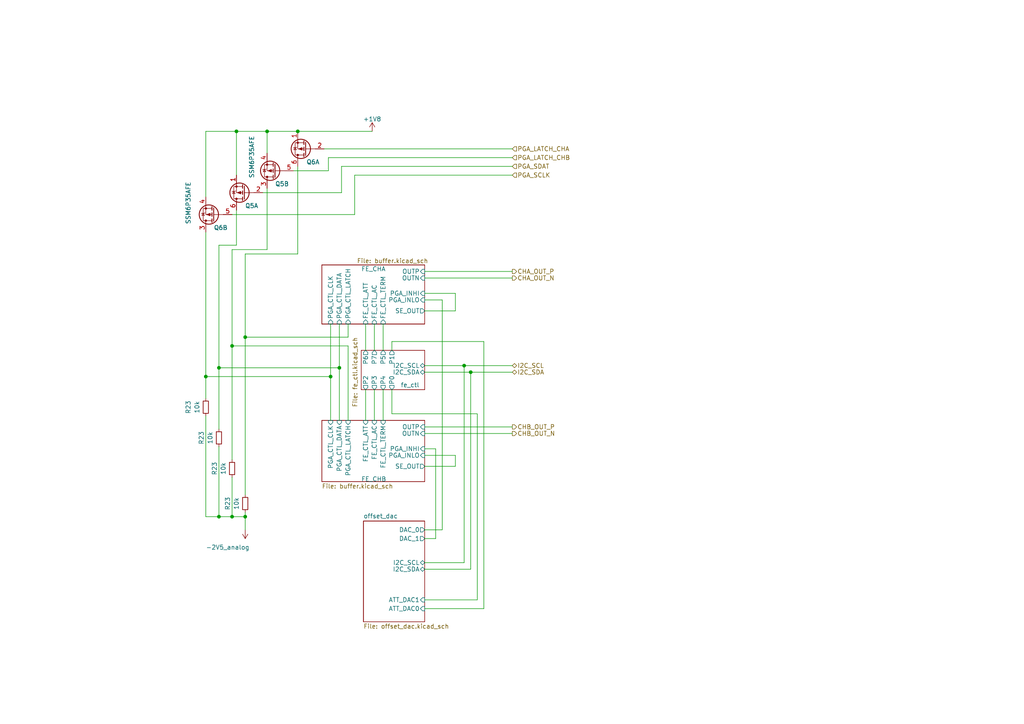
<source format=kicad_sch>
(kicad_sch (version 20230121) (generator eeschema)
  (paper "A4")
  (lib_symbols
    (symbol "Device:Q_Dual_PMOS_S1G1D2S2G2D1" (pin_names (offset 0) hide)
      (property "Reference" "Q" (at 6.35 1.27 0))
      (property "Value" "Q_Dual_PMOS_S1G1D2S2G2D1" (at 19.05 -1.27 0))
      (symbol "Q_Dual_PMOS_S1G1D2S2G2D1_0_1"
        (polyline (pts (xy 0.254 0) (xy -2.54 0)))
        (polyline (pts (xy 0.254 1.905) (xy 0.254 -1.905)) (stroke (width 0.254)))
        (polyline (pts (xy 0.762 -1.27) (xy 0.762 -2.286)) (stroke (width 0.254)))
        (polyline (pts (xy 0.762 0.508) (xy 0.762 -0.508)) (stroke (width 0.254)))
        (polyline (pts (xy 0.762 2.286) (xy 0.762 1.27)) (stroke (width 0.254)))
        (polyline (pts (xy 2.54 2.54) (xy 2.54 1.778)))
        (polyline (pts (xy 2.54 -2.54) (xy 2.54 0) (xy 0.762 0)))
        (polyline (pts (xy 0.762 1.778) (xy 3.302 1.778) (xy 3.302 -1.778) (xy 0.762 -1.778)))
        (polyline (pts (xy 2.286 0) (xy 1.27 0.381) (xy 1.27 -0.381) (xy 2.286 0)) (fill (type outline)))
        (polyline (pts (xy 2.794 -0.508) (xy 2.921 -0.381) (xy 3.683 -0.381) (xy 3.81 -0.254)))
        (polyline (pts (xy 3.302 -0.381) (xy 2.921 0.254) (xy 3.683 0.254) (xy 3.302 -0.381)))
        (circle (center 1.651 0) (radius 2.794) (stroke (width 0.254)))
        (circle (center 2.54 -1.778) (radius 0.254) (fill (type outline)))
        (circle (center 2.54 1.778) (radius 0.254) (fill (type outline)))
      )
      (symbol "Q_Dual_PMOS_S1G1D2S2G2D1_1_1"
        (pin passive line (at 2.54 -5.08 90) (length 2.54) (name "S") (number "1"))
        (pin input line (at -5.08 0 0) (length 2.54) (name "G") (number "2"))
        (pin passive line (at 2.54 5.08 270) (length 2.54) (name "D") (number "6"))
      )
      (symbol "Q_Dual_PMOS_S1G1D2S2G2D1_2_1"
        (pin passive line (at 2.54 5.08 270) (length 2.54) (name "D") (number "3"))
        (pin passive line (at 2.54 -5.08 90) (length 2.54) (name "S") (number "4"))
        (pin input line (at -5.08 0 0) (length 2.54) (name "G") (number "5"))
      )
    )
    (symbol "Device:R_Small" (pin_numbers hide) (pin_names (offset 0.254) hide)
      (property "Reference" "R" (at 0.762 0.508 0))
      (property "Value" "R_Small" (at 0.762 -1.016 0))
      (symbol "R_Small_0_1"
        (rectangle (start -0.762 1.778) (end 0.762 -1.778) (stroke (width 0.2032)))
      )
      (symbol "R_Small_1_1"
        (pin passive line (at 0 2.54 270) (length 0.762) (name "~") (number "1"))
        (pin passive line (at 0 -2.54 90) (length 0.762) (name "~") (number "2"))
      )
    )
    (symbol "fmc:-2V5_analog" (power) (pin_names (offset 0))
      (property "Value" "-2V5_analog" (at 0 3.556 0))
      (symbol "-2V5_analog_0_1"
        (polyline (pts (xy -0.762 1.27) (xy 0 2.54)))
        (polyline (pts (xy 0 0) (xy 0 2.54)))
        (polyline (pts (xy 0 2.54) (xy 0.762 1.27)))
      )
      (symbol "-2V5_analog_1_1"
        (pin power_in line (at 0 0 90) (length 0) hide (name "-2V5_analog") (number "1"))
      )
    )
    (symbol "power:+1V8" (power) (pin_names (offset 0))
      (property "Value" "+1V8" (at 0 3.556 0))
      (symbol "+1V8_0_1"
        (polyline (pts (xy -0.762 1.27) (xy 0 2.54)))
        (polyline (pts (xy 0 0) (xy 0 2.54)))
        (polyline (pts (xy 0 2.54) (xy 0.762 1.27)))
      )
      (symbol "+1V8_1_1"
        (pin power_in line (at 0 0 90) (length 0) hide (name "+1V8") (number "1"))
      )
    )
  )
  (junction (at 59.69 109.22))
  (junction (at 136.525 107.95))
  (junction (at 71.12 97.79))
  (junction (at 86.36 38.1))
  (junction (at 98.425 106.68))
  (junction (at 63.5 149.86))
  (junction (at 68.58 38.1))
  (junction (at 67.31 100.33))
  (junction (at 63.5 106.68))
  (junction (at 77.47 38.1))
  (junction (at 134.62 106.045))
  (junction (at 71.12 149.86))
  (junction (at 95.885 109.22))
  (junction (at 67.31 149.86))
  (wire (pts (xy 123.19 106.045) (xy 134.62 106.045)))
  (wire (pts (xy 100.965 97.79) (xy 100.965 93.98)))
  (wire (pts (xy 106.045 93.98) (xy 106.045 101.6)))
  (wire (pts (xy 136.525 165.1) (xy 136.525 107.95)))
  (wire (pts (xy 67.31 100.33) (xy 67.31 133.35)))
  (wire (pts (xy 77.47 72.39) (xy 67.31 72.39)))
  (wire (pts (xy 138.43 120.015) (xy 138.43 173.99)))
  (wire (pts (xy 67.31 62.23) (xy 102.87 62.23)))
  (wire (pts (xy 123.19 85.09) (xy 132.08 85.09)))
  (wire (pts (xy 102.87 62.23) (xy 102.87 50.8)))
  (wire (pts (xy 134.62 106.045) (xy 148.59 106.045)))
  (wire (pts (xy 59.69 57.15) (xy 59.69 38.1)))
  (wire (pts (xy 123.19 135.255) (xy 132.08 135.255)))
  (wire (pts (xy 85.09 49.53) (xy 95.25 49.53)))
  (wire (pts (xy 59.69 120.65) (xy 59.69 149.86)))
  (wire (pts (xy 128.27 86.995) (xy 128.27 153.67)))
  (wire (pts (xy 98.425 93.98) (xy 98.425 106.68)))
  (wire (pts (xy 63.5 106.68) (xy 98.425 106.68)))
  (wire (pts (xy 126.365 130.175) (xy 123.19 130.175)))
  (wire (pts (xy 59.69 109.22) (xy 59.69 115.57)))
  (wire (pts (xy 93.98 43.18) (xy 148.59 43.18)))
  (wire (pts (xy 123.19 165.1) (xy 136.525 165.1)))
  (wire (pts (xy 98.425 106.68) (xy 98.425 121.92)))
  (wire (pts (xy 106.045 113.03) (xy 106.045 121.92)))
  (wire (pts (xy 140.335 99.06) (xy 140.335 176.53)))
  (wire (pts (xy 132.08 90.17) (xy 123.19 90.17)))
  (wire (pts (xy 123.19 86.995) (xy 128.27 86.995)))
  (wire (pts (xy 99.06 48.26) (xy 148.59 48.26)))
  (wire (pts (xy 86.36 38.1) (xy 107.95 38.1)))
  (wire (pts (xy 68.58 38.1) (xy 77.47 38.1)))
  (wire (pts (xy 108.585 113.03) (xy 108.585 121.92)))
  (wire (pts (xy 63.5 106.68) (xy 63.5 124.46)))
  (wire (pts (xy 113.665 120.015) (xy 138.43 120.015)))
  (wire (pts (xy 77.47 38.1) (xy 86.36 38.1)))
  (wire (pts (xy 102.87 50.8) (xy 148.59 50.8)))
  (wire (pts (xy 123.19 125.73) (xy 148.59 125.73)))
  (wire (pts (xy 132.08 135.255) (xy 132.08 132.08)))
  (wire (pts (xy 140.335 176.53) (xy 123.19 176.53)))
  (wire (pts (xy 71.12 97.79) (xy 100.965 97.79)))
  (wire (pts (xy 123.19 80.645) (xy 148.59 80.645)))
  (wire (pts (xy 113.665 101.6) (xy 113.665 99.06)))
  (wire (pts (xy 63.5 71.12) (xy 63.5 106.68)))
  (wire (pts (xy 68.58 38.1) (xy 68.58 50.8)))
  (wire (pts (xy 77.47 38.1) (xy 77.47 44.45)))
  (wire (pts (xy 111.125 93.98) (xy 111.125 101.6)))
  (wire (pts (xy 95.885 109.22) (xy 95.885 121.92)))
  (wire (pts (xy 136.525 107.95) (xy 123.19 107.95)))
  (wire (pts (xy 123.19 123.825) (xy 148.59 123.825)))
  (wire (pts (xy 67.31 138.43) (xy 67.31 149.86)))
  (wire (pts (xy 113.665 99.06) (xy 140.335 99.06)))
  (wire (pts (xy 59.69 109.22) (xy 95.885 109.22)))
  (wire (pts (xy 68.58 60.96) (xy 68.58 71.12)))
  (wire (pts (xy 63.5 129.54) (xy 63.5 149.86)))
  (wire (pts (xy 71.12 149.86) (xy 71.12 148.59)))
  (wire (pts (xy 77.47 54.61) (xy 77.47 72.39)))
  (wire (pts (xy 132.08 85.09) (xy 132.08 90.17)))
  (wire (pts (xy 59.69 149.86) (xy 63.5 149.86)))
  (wire (pts (xy 108.585 93.98) (xy 108.585 101.6)))
  (wire (pts (xy 59.69 38.1) (xy 68.58 38.1)))
  (wire (pts (xy 123.19 132.08) (xy 132.08 132.08)))
  (wire (pts (xy 100.965 100.33) (xy 100.965 121.92)))
  (wire (pts (xy 71.12 149.86) (xy 71.12 153.67)))
  (wire (pts (xy 59.69 67.31) (xy 59.69 109.22)))
  (wire (pts (xy 86.36 48.26) (xy 86.36 73.66)))
  (wire (pts (xy 148.59 107.95) (xy 136.525 107.95)))
  (wire (pts (xy 123.19 163.195) (xy 134.62 163.195)))
  (wire (pts (xy 111.125 113.03) (xy 111.125 121.92)))
  (wire (pts (xy 68.58 71.12) (xy 63.5 71.12)))
  (wire (pts (xy 86.36 73.66) (xy 71.12 73.66)))
  (wire (pts (xy 134.62 163.195) (xy 134.62 106.045)))
  (wire (pts (xy 71.12 73.66) (xy 71.12 97.79)))
  (wire (pts (xy 95.885 93.98) (xy 95.885 109.22)))
  (wire (pts (xy 63.5 149.86) (xy 67.31 149.86)))
  (wire (pts (xy 95.25 45.72) (xy 148.59 45.72)))
  (wire (pts (xy 71.12 97.79) (xy 71.12 143.51)))
  (wire (pts (xy 126.365 130.175) (xy 126.365 156.21)))
  (wire (pts (xy 76.2 55.88) (xy 99.06 55.88)))
  (wire (pts (xy 113.665 113.03) (xy 113.665 120.015)))
  (wire (pts (xy 67.31 72.39) (xy 67.31 100.33)))
  (wire (pts (xy 95.25 49.53) (xy 95.25 45.72)))
  (wire (pts (xy 126.365 156.21) (xy 123.19 156.21)))
  (wire (pts (xy 138.43 173.99) (xy 123.19 173.99)))
  (wire (pts (xy 99.06 55.88) (xy 99.06 48.26)))
  (wire (pts (xy 67.31 149.86) (xy 71.12 149.86)))
  (wire (pts (xy 123.19 78.74) (xy 148.59 78.74)))
  (wire (pts (xy 67.31 100.33) (xy 100.965 100.33)))
  (wire (pts (xy 123.19 153.67) (xy 128.27 153.67)))
  (hierarchical_label "I2C_SDA" (shape bidirectional) (at 148.59 107.95 0))
  (hierarchical_label "PGA_SDAT" (shape input) (at 148.59 48.26 0))
  (hierarchical_label "CHB_OUT_N" (shape output) (at 148.59 125.73 0))
  (hierarchical_label "CHB_OUT_P" (shape output) (at 148.59 123.825 0))
  (hierarchical_label "I2C_SCL" (shape bidirectional) (at 148.59 106.045 0))
  (hierarchical_label "CHA_OUT_N" (shape output) (at 148.59 80.645 0))
  (hierarchical_label "CHA_OUT_P" (shape output) (at 148.59 78.74 0))
  (hierarchical_label "PGA_SCLK" (shape input) (at 148.59 50.8 0))
  (hierarchical_label "PGA_LATCH_CHB" (shape input) (at 148.59 45.72 0))
  (hierarchical_label "PGA_LATCH_CHA" (shape input) (at 148.59 43.18 0))
  (symbol (lib_id "Device:Q_Dual_PMOS_S1G1D2S2G2D1") (at 88.9 43.18 180) (unit 1)
    (property "Reference" "Q6" (at 92.71 46.99 0) (effects (justify left)))
    (property "Value" "SSM6P35AFE" (effects hide))
    (property "Footprint" "proj_footprints:SOT-563-adjusted" (effects hide))
    (property "Manufacturer" "Toshiba" (effects hide))
    (property "Part" "SSM6P35AFE" (effects hide))
    (instances (project "usbadc" (path "" (reference "Q6") (unit 1)) (path "" (reference "Q4") (unit 1))))
  )
  (symbol (lib_id "Device:R_Small") (at 71.12 146.05 180) (unit 1)
    (property "Reference" "R23" (at 66.04 146.05 90))
    (property "Value" "10k" (at 68.58 146.05 90))
    (property "Footprint" "Resistor_SMD:R_0603_1608Metric" (effects hide))
    (instances (project "usbadc" (path "" (reference "R23") (unit 1)) (path "" (reference "R100") (unit 1)) (path "" (reference "R99") (unit 1))))
  )
  (symbol (lib_id "Device:R_Small") (at 59.69 118.11 180) (unit 1)
    (property "Reference" "R23" (at 54.61 118.11 90))
    (property "Value" "10k" (at 57.15 118.11 90))
    (property "Footprint" "Resistor_SMD:R_0603_1608Metric" (effects hide))
    (instances (project "usbadc" (path "" (reference "R23") (unit 1)) (path "" (reference "R97") (unit 1)) (path "" (reference "R96") (unit 1))))
  )
  (symbol (lib_id "Device:Q_Dual_PMOS_S1G1D2S2G2D1") (at 62.23 62.23 180) (unit 2)
    (property "Reference" "Q6" (at 66.04 66.04 0) (effects (justify left)))
    (property "Value" "SSM6P35AFE" (at 54.61 52.705 90) (effects (justify left)))
    (property "Footprint" "proj_footprints:SOT-563-adjusted" (effects hide))
    (property "Manufacturer" "Toshiba" (effects hide))
    (property "Part" "SSM6P35AFE" (effects hide))
    (instances (project "usbadc" (path "" (reference "Q6") (unit 2)) (path "" (reference "Q4") (unit 2))))
  )
  (symbol (lib_id "Device:Q_Dual_PMOS_S1G1D2S2G2D1") (at 80.01 49.53 180) (unit 2)
    (property "Reference" "Q5" (at 83.82 53.34 0) (effects (justify left)))
    (property "Value" "SSM6P35AFE" (at 73.025 39.37 90) (effects (justify left)))
    (property "Footprint" "proj_footprints:SOT-563-adjusted" (effects hide))
    (property "Manufacturer" "Toshiba" (effects hide))
    (property "Part" "SSM6P35AFE" (effects hide))
  )
  (symbol (lib_id "fmc:-2V5_analog") (at 71.12 153.67 180) (unit 1)
    (property "Reference" "#PWR017" (effects hide))
    (property "Value" "-2V5_analog" (at 66.04 158.75 0))
    (instances (project "usbadc" (path "" (reference "#PWR017") (unit 1)) (path "" (reference "#PWR025") (unit 1)) (path "" (reference "#PWR083") (unit 1))))
  )
  (symbol (lib_id "Device:Q_Dual_PMOS_S1G1D2S2G2D1") (at 71.12 55.88 180) (unit 1)
    (property "Reference" "Q5" (at 74.93 59.69 0) (effects (justify left)))
    (property "Value" "SSM6P35AFE" (effects hide))
    (property "Footprint" "proj_footprints:SOT-563-adjusted" (effects hide))
    (property "Manufacturer" "Toshiba" (effects hide))
    (property "Part" "SSM6P35AFE" (effects hide))
  )
  (symbol (lib_id "Device:R_Small") (at 67.31 135.89 180) (unit 1)
    (property "Reference" "R23" (at 62.23 135.89 90))
    (property "Value" "10k" (at 64.77 135.89 90))
    (property "Footprint" "Resistor_SMD:R_0603_1608Metric" (effects hide))
    (instances (project "usbadc" (path "" (reference "R23") (unit 1)) (path "" (reference "R99") (unit 1)) (path "" (reference "R98") (unit 1))))
  )
  (symbol (lib_id "power:+1V8") (at 107.95 38.1 0) (unit 1)
    (property "Reference" "#PWR037" (effects hide))
    (property "Value" "+1V8" (at 107.95 34.544 0))
    (instances (project "usbadc" (path "" (reference "#PWR037") (unit 1)) (path "" (reference "#PWR?") (unit 1)) (path "" (reference "#PWR?") (unit 1)) (path "" (reference "#PWR084") (unit 1))))
  )
  (symbol (lib_id "Device:R_Small") (at 63.5 127 180) (unit 1)
    (property "Reference" "R23" (at 58.42 127 90))
    (property "Value" "10k" (at 60.96 127 90))
    (property "Footprint" "Resistor_SMD:R_0603_1608Metric" (effects hide))
    (instances (project "usbadc" (path "" (reference "R23") (unit 1)) (path "" (reference "R98") (unit 1)) (path "" (reference "R97") (unit 1))))
  )
  (sheet (at 93.345 76.835) (size 29.845 17.145)
    (property "Sheetname" "FE_CHA" (at 104.775 78.74 0) (effects (justify left bottom)))
    (property "Sheetfile" "buffer.kicad_sch" (at 103.505 74.93 0) (effects (justify left top)))
    (pin "FE_CTL_ATT" input (at 106.045 93.98 270))
    (pin "PGA_INHI" input (at 123.19 85.09 0))
    (pin "PGA_CTL_LATCH" input (at 100.965 93.98 270))
    (pin "PGA_CTL_DATA" input (at 98.425 93.98 270))
    (pin "PGA_CTL_CLK" input (at 95.885 93.98 270))
    (pin "OUTP" input (at 123.19 78.74 0))
    (pin "OUTN" input (at 123.19 80.645 0))
    (pin "FE_CTL_AC" input (at 108.585 93.98 270))
    (pin "FE_CTL_TERM" input (at 111.125 93.98 270))
    (pin "PGA_INLO" input (at 123.19 86.995 0))
    (pin "SE_OUT" output (at 123.19 90.17 0))
  )
  (sheet (at 105.41 151.13) (size 17.78 29.21)
    (property "Sheetname" "offset_dac" (at 105.41 150.4184 0) (effects (justify left bottom)))
    (property "Sheetfile" "offset_dac.kicad_sch" (at 105.41 180.9246 0) (effects (justify left top)))
    (pin "DAC_0" output (at 123.19 153.67 0))
    (pin "DAC_1" output (at 123.19 156.21 0))
    (pin "ATT_DAC1" input (at 123.19 173.99 0))
    (pin "ATT_DAC0" input (at 123.19 176.53 0))
    (pin "I2C_SDA" bidirectional (at 123.19 165.1 0))
    (pin "I2C_SCL" bidirectional (at 123.19 163.195 0))
  )
  (sheet (at 93.345 121.92) (size 29.845 17.78)
    (property "Sheetname" "FE_CHB" (at 104.775 139.7 0) (effects (justify left bottom)))
    (property "Sheetfile" "buffer.kicad_sch" (at 93.345 140.2846 0) (effects (justify left top)))
    (pin "FE_CTL_ATT" input (at 106.045 121.92 90))
    (pin "PGA_INHI" input (at 123.19 130.175 0))
    (pin "PGA_CTL_LATCH" input (at 100.965 121.92 90))
    (pin "PGA_CTL_DATA" input (at 98.425 121.92 90))
    (pin "PGA_CTL_CLK" input (at 95.885 121.92 90))
    (pin "OUTP" input (at 123.19 123.825 0))
    (pin "OUTN" input (at 123.19 125.73 0))
    (pin "FE_CTL_AC" input (at 108.585 121.92 90))
    (pin "FE_CTL_TERM" input (at 111.125 121.92 90))
    (pin "PGA_INLO" input (at 123.19 132.08 0))
    (pin "SE_OUT" output (at 123.19 135.255 0))
  )
  (sheet (at 104.775 101.6) (size 18.415 11.43) (stroke (width 0.1524))
    (property "Sheetname" "fe_ctl" (at 116.205 112.395 0) (effects (justify left bottom)))
    (property "Sheetfile" "fe_ctl.kicad_sch" (at 102.235 118.11 90) (effects (justify left top)))
    (pin "P7" output (at 108.585 101.6 90))
    (pin "P0" output (at 113.665 113.03 270))
    (pin "P6" output (at 106.045 101.6 90))
    (pin "P5" output (at 111.125 101.6 90))
    (pin "P4" output (at 111.125 113.03 270))
    (pin "P1" output (at 113.665 101.6 90))
    (pin "P2" output (at 106.045 113.03 270))
    (pin "P3" output (at 108.585 113.03 270))
    (pin "I2C_SCL" bidirectional (at 123.19 106.045 0))
    (pin "I2C_SDA" bidirectional (at 123.19 107.95 0))
  )
)
</source>
